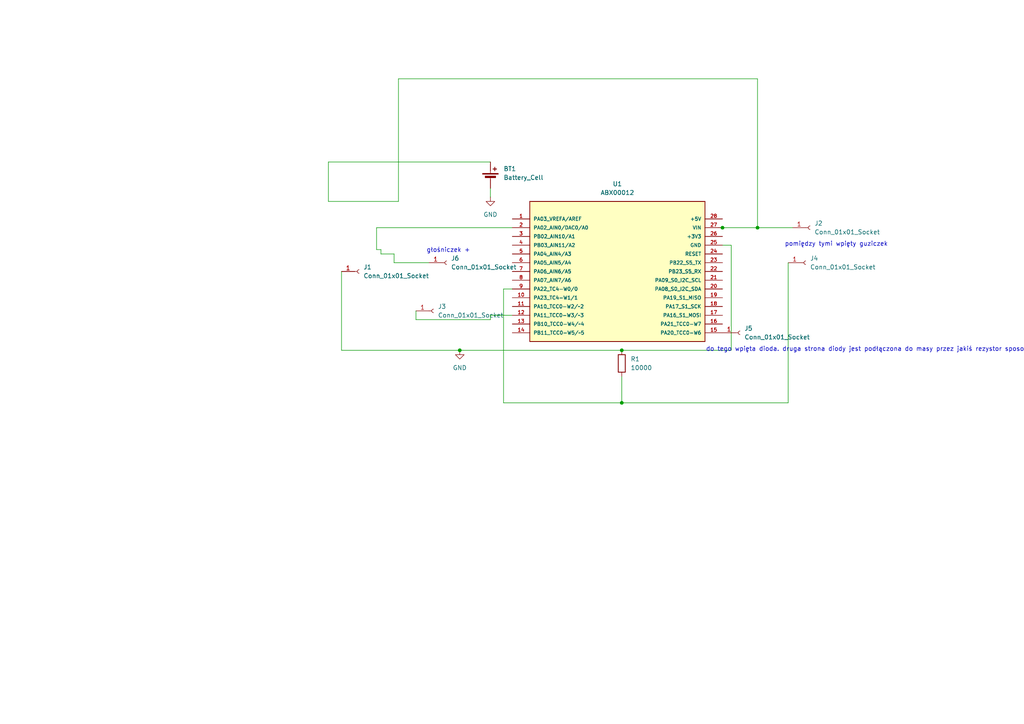
<source format=kicad_sch>
(kicad_sch
	(version 20250114)
	(generator "eeschema")
	(generator_version "9.0")
	(uuid "a429ac04-8ae1-4880-b27a-6b9f19603b4e")
	(paper "A4")
	(lib_symbols
		(symbol "Connector:Conn_01x01_Socket"
			(pin_names
				(offset 1.016)
				(hide yes)
			)
			(exclude_from_sim no)
			(in_bom yes)
			(on_board yes)
			(property "Reference" "J"
				(at 0 2.54 0)
				(effects
					(font
						(size 1.27 1.27)
					)
				)
			)
			(property "Value" "Conn_01x01_Socket"
				(at 0 -2.54 0)
				(effects
					(font
						(size 1.27 1.27)
					)
				)
			)
			(property "Footprint" ""
				(at 0 0 0)
				(effects
					(font
						(size 1.27 1.27)
					)
					(hide yes)
				)
			)
			(property "Datasheet" "~"
				(at 0 0 0)
				(effects
					(font
						(size 1.27 1.27)
					)
					(hide yes)
				)
			)
			(property "Description" "Generic connector, single row, 01x01, script generated"
				(at 0 0 0)
				(effects
					(font
						(size 1.27 1.27)
					)
					(hide yes)
				)
			)
			(property "ki_locked" ""
				(at 0 0 0)
				(effects
					(font
						(size 1.27 1.27)
					)
				)
			)
			(property "ki_keywords" "connector"
				(at 0 0 0)
				(effects
					(font
						(size 1.27 1.27)
					)
					(hide yes)
				)
			)
			(property "ki_fp_filters" "Connector*:*_1x??_*"
				(at 0 0 0)
				(effects
					(font
						(size 1.27 1.27)
					)
					(hide yes)
				)
			)
			(symbol "Conn_01x01_Socket_1_1"
				(polyline
					(pts
						(xy -1.27 0) (xy -0.508 0)
					)
					(stroke
						(width 0.1524)
						(type default)
					)
					(fill
						(type none)
					)
				)
				(arc
					(start 0 -0.508)
					(mid -0.5058 0)
					(end 0 0.508)
					(stroke
						(width 0.1524)
						(type default)
					)
					(fill
						(type none)
					)
				)
				(pin passive line
					(at -5.08 0 0)
					(length 3.81)
					(name "Pin_1"
						(effects
							(font
								(size 1.27 1.27)
							)
						)
					)
					(number "1"
						(effects
							(font
								(size 1.27 1.27)
							)
						)
					)
				)
			)
			(embedded_fonts no)
		)
		(symbol "Device:Battery_Cell"
			(pin_numbers
				(hide yes)
			)
			(pin_names
				(offset 0)
				(hide yes)
			)
			(exclude_from_sim no)
			(in_bom yes)
			(on_board yes)
			(property "Reference" "BT"
				(at 2.54 2.54 0)
				(effects
					(font
						(size 1.27 1.27)
					)
					(justify left)
				)
			)
			(property "Value" "Battery_Cell"
				(at 2.54 0 0)
				(effects
					(font
						(size 1.27 1.27)
					)
					(justify left)
				)
			)
			(property "Footprint" ""
				(at 0 1.524 90)
				(effects
					(font
						(size 1.27 1.27)
					)
					(hide yes)
				)
			)
			(property "Datasheet" "~"
				(at 0 1.524 90)
				(effects
					(font
						(size 1.27 1.27)
					)
					(hide yes)
				)
			)
			(property "Description" "Single-cell battery"
				(at 0 0 0)
				(effects
					(font
						(size 1.27 1.27)
					)
					(hide yes)
				)
			)
			(property "ki_keywords" "battery cell"
				(at 0 0 0)
				(effects
					(font
						(size 1.27 1.27)
					)
					(hide yes)
				)
			)
			(symbol "Battery_Cell_0_1"
				(rectangle
					(start -2.286 1.778)
					(end 2.286 1.524)
					(stroke
						(width 0)
						(type default)
					)
					(fill
						(type outline)
					)
				)
				(rectangle
					(start -1.524 1.016)
					(end 1.524 0.508)
					(stroke
						(width 0)
						(type default)
					)
					(fill
						(type outline)
					)
				)
				(polyline
					(pts
						(xy 0 1.778) (xy 0 2.54)
					)
					(stroke
						(width 0)
						(type default)
					)
					(fill
						(type none)
					)
				)
				(polyline
					(pts
						(xy 0 0.762) (xy 0 0)
					)
					(stroke
						(width 0)
						(type default)
					)
					(fill
						(type none)
					)
				)
				(polyline
					(pts
						(xy 0.762 3.048) (xy 1.778 3.048)
					)
					(stroke
						(width 0.254)
						(type default)
					)
					(fill
						(type none)
					)
				)
				(polyline
					(pts
						(xy 1.27 3.556) (xy 1.27 2.54)
					)
					(stroke
						(width 0.254)
						(type default)
					)
					(fill
						(type none)
					)
				)
			)
			(symbol "Battery_Cell_1_1"
				(pin passive line
					(at 0 5.08 270)
					(length 2.54)
					(name "+"
						(effects
							(font
								(size 1.27 1.27)
							)
						)
					)
					(number "1"
						(effects
							(font
								(size 1.27 1.27)
							)
						)
					)
				)
				(pin passive line
					(at 0 -2.54 90)
					(length 2.54)
					(name "-"
						(effects
							(font
								(size 1.27 1.27)
							)
						)
					)
					(number "2"
						(effects
							(font
								(size 1.27 1.27)
							)
						)
					)
				)
			)
			(embedded_fonts no)
		)
		(symbol "Device:R"
			(pin_numbers
				(hide yes)
			)
			(pin_names
				(offset 0)
			)
			(exclude_from_sim no)
			(in_bom yes)
			(on_board yes)
			(property "Reference" "R"
				(at 2.032 0 90)
				(effects
					(font
						(size 1.27 1.27)
					)
				)
			)
			(property "Value" "R"
				(at 0 0 90)
				(effects
					(font
						(size 1.27 1.27)
					)
				)
			)
			(property "Footprint" ""
				(at -1.778 0 90)
				(effects
					(font
						(size 1.27 1.27)
					)
					(hide yes)
				)
			)
			(property "Datasheet" "~"
				(at 0 0 0)
				(effects
					(font
						(size 1.27 1.27)
					)
					(hide yes)
				)
			)
			(property "Description" "Resistor"
				(at 0 0 0)
				(effects
					(font
						(size 1.27 1.27)
					)
					(hide yes)
				)
			)
			(property "ki_keywords" "R res resistor"
				(at 0 0 0)
				(effects
					(font
						(size 1.27 1.27)
					)
					(hide yes)
				)
			)
			(property "ki_fp_filters" "R_*"
				(at 0 0 0)
				(effects
					(font
						(size 1.27 1.27)
					)
					(hide yes)
				)
			)
			(symbol "R_0_1"
				(rectangle
					(start -1.016 -2.54)
					(end 1.016 2.54)
					(stroke
						(width 0.254)
						(type default)
					)
					(fill
						(type none)
					)
				)
			)
			(symbol "R_1_1"
				(pin passive line
					(at 0 3.81 270)
					(length 1.27)
					(name "~"
						(effects
							(font
								(size 1.27 1.27)
							)
						)
					)
					(number "1"
						(effects
							(font
								(size 1.27 1.27)
							)
						)
					)
				)
				(pin passive line
					(at 0 -3.81 90)
					(length 1.27)
					(name "~"
						(effects
							(font
								(size 1.27 1.27)
							)
						)
					)
					(number "2"
						(effects
							(font
								(size 1.27 1.27)
							)
						)
					)
				)
			)
			(embedded_fonts no)
		)
		(symbol "mkrzero:ABX00012"
			(pin_names
				(offset 1.016)
			)
			(exclude_from_sim no)
			(in_bom yes)
			(on_board yes)
			(property "Reference" "U"
				(at -25.4 21.082 0)
				(effects
					(font
						(size 1.27 1.27)
					)
					(justify left bottom)
				)
			)
			(property "Value" "ABX00012"
				(at -25.4 -22.86 0)
				(effects
					(font
						(size 1.27 1.27)
					)
					(justify left bottom)
				)
			)
			(property "Footprint" "ABX00012:ARDUINO_ABX00012"
				(at 0 0 0)
				(effects
					(font
						(size 1.27 1.27)
					)
					(justify bottom)
					(hide yes)
				)
			)
			(property "Datasheet" ""
				(at 0 0 0)
				(effects
					(font
						(size 1.27 1.27)
					)
					(hide yes)
				)
			)
			(property "Description" ""
				(at 0 0 0)
				(effects
					(font
						(size 1.27 1.27)
					)
					(hide yes)
				)
			)
			(property "DigiKey_Part_Number" "1050-1137-ND"
				(at 0 0 0)
				(effects
					(font
						(size 1.27 1.27)
					)
					(justify bottom)
					(hide yes)
				)
			)
			(property "SnapEDA_Link" "https://www.snapeda.com/parts/ABX00012/Arduino/view-part/?ref=snap"
				(at 0 0 0)
				(effects
					(font
						(size 1.27 1.27)
					)
					(justify bottom)
					(hide yes)
				)
			)
			(property "MAXIMUM_PACKAGE_HEIGHT" ""
				(at 0 0 0)
				(effects
					(font
						(size 1.27 1.27)
					)
					(justify bottom)
					(hide yes)
				)
			)
			(property "Package" "None"
				(at 0 0 0)
				(effects
					(font
						(size 1.27 1.27)
					)
					(justify bottom)
					(hide yes)
				)
			)
			(property "Check_prices" "https://www.snapeda.com/parts/ABX00012/Arduino/view-part/?ref=eda"
				(at 0 0 0)
				(effects
					(font
						(size 1.27 1.27)
					)
					(justify bottom)
					(hide yes)
				)
			)
			(property "STANDARD" "Manufacturer Recommendations"
				(at 0 0 0)
				(effects
					(font
						(size 1.27 1.27)
					)
					(justify bottom)
					(hide yes)
				)
			)
			(property "PARTREV" "5"
				(at 0 0 0)
				(effects
					(font
						(size 1.27 1.27)
					)
					(justify bottom)
					(hide yes)
				)
			)
			(property "MF" "Arduino"
				(at 0 0 0)
				(effects
					(font
						(size 1.27 1.27)
					)
					(justify bottom)
					(hide yes)
				)
			)
			(property "MP" "ABX00012"
				(at 0 0 0)
				(effects
					(font
						(size 1.27 1.27)
					)
					(justify bottom)
					(hide yes)
				)
			)
			(property "Description_1" "ARDUINO MKR ZERO, | Arduino ABX00012"
				(at 0 0 0)
				(effects
					(font
						(size 1.27 1.27)
					)
					(justify bottom)
					(hide yes)
				)
			)
			(property "MANUFACTURER" "Arduino"
				(at 0 0 0)
				(effects
					(font
						(size 1.27 1.27)
					)
					(justify bottom)
					(hide yes)
				)
			)
			(symbol "ABX00012_0_0"
				(rectangle
					(start -25.4 -20.32)
					(end 25.4 20.32)
					(stroke
						(width 0.254)
						(type default)
					)
					(fill
						(type background)
					)
				)
				(pin bidirectional line
					(at -30.48 15.24 0)
					(length 5.08)
					(name "PA03_VREFA/AREF"
						(effects
							(font
								(size 1.016 1.016)
							)
						)
					)
					(number "1"
						(effects
							(font
								(size 1.016 1.016)
							)
						)
					)
				)
				(pin bidirectional line
					(at -30.48 12.7 0)
					(length 5.08)
					(name "PA02_AIN0/DAC0/A0"
						(effects
							(font
								(size 1.016 1.016)
							)
						)
					)
					(number "2"
						(effects
							(font
								(size 1.016 1.016)
							)
						)
					)
				)
				(pin bidirectional line
					(at -30.48 10.16 0)
					(length 5.08)
					(name "PB02_AIN10/A1"
						(effects
							(font
								(size 1.016 1.016)
							)
						)
					)
					(number "3"
						(effects
							(font
								(size 1.016 1.016)
							)
						)
					)
				)
				(pin bidirectional line
					(at -30.48 7.62 0)
					(length 5.08)
					(name "PB03_AIN11/A2"
						(effects
							(font
								(size 1.016 1.016)
							)
						)
					)
					(number "4"
						(effects
							(font
								(size 1.016 1.016)
							)
						)
					)
				)
				(pin bidirectional line
					(at -30.48 5.08 0)
					(length 5.08)
					(name "PA04_AIN4/A3"
						(effects
							(font
								(size 1.016 1.016)
							)
						)
					)
					(number "5"
						(effects
							(font
								(size 1.016 1.016)
							)
						)
					)
				)
				(pin bidirectional line
					(at -30.48 2.54 0)
					(length 5.08)
					(name "PA05_AIN5/A4"
						(effects
							(font
								(size 1.016 1.016)
							)
						)
					)
					(number "6"
						(effects
							(font
								(size 1.016 1.016)
							)
						)
					)
				)
				(pin bidirectional line
					(at -30.48 0 0)
					(length 5.08)
					(name "PA06_AIN6/A5"
						(effects
							(font
								(size 1.016 1.016)
							)
						)
					)
					(number "7"
						(effects
							(font
								(size 1.016 1.016)
							)
						)
					)
				)
				(pin bidirectional line
					(at -30.48 -2.54 0)
					(length 5.08)
					(name "PA07_AIN7/A6"
						(effects
							(font
								(size 1.016 1.016)
							)
						)
					)
					(number "8"
						(effects
							(font
								(size 1.016 1.016)
							)
						)
					)
				)
				(pin bidirectional line
					(at -30.48 -5.08 0)
					(length 5.08)
					(name "PA22_TC4-W0/0"
						(effects
							(font
								(size 1.016 1.016)
							)
						)
					)
					(number "9"
						(effects
							(font
								(size 1.016 1.016)
							)
						)
					)
				)
				(pin bidirectional line
					(at -30.48 -7.62 0)
					(length 5.08)
					(name "PA23_TC4-W1/1"
						(effects
							(font
								(size 1.016 1.016)
							)
						)
					)
					(number "10"
						(effects
							(font
								(size 1.016 1.016)
							)
						)
					)
				)
				(pin bidirectional line
					(at -30.48 -10.16 0)
					(length 5.08)
					(name "PA10_TCC0-W2/~2"
						(effects
							(font
								(size 1.016 1.016)
							)
						)
					)
					(number "11"
						(effects
							(font
								(size 1.016 1.016)
							)
						)
					)
				)
				(pin bidirectional line
					(at -30.48 -12.7 0)
					(length 5.08)
					(name "PA11_TCC0-W3/~3"
						(effects
							(font
								(size 1.016 1.016)
							)
						)
					)
					(number "12"
						(effects
							(font
								(size 1.016 1.016)
							)
						)
					)
				)
				(pin bidirectional line
					(at -30.48 -15.24 0)
					(length 5.08)
					(name "PB10_TCC0-W4/~4"
						(effects
							(font
								(size 1.016 1.016)
							)
						)
					)
					(number "13"
						(effects
							(font
								(size 1.016 1.016)
							)
						)
					)
				)
				(pin bidirectional line
					(at -30.48 -17.78 0)
					(length 5.08)
					(name "PB11_TCC0-W5/~5"
						(effects
							(font
								(size 1.016 1.016)
							)
						)
					)
					(number "14"
						(effects
							(font
								(size 1.016 1.016)
							)
						)
					)
				)
				(pin power_in line
					(at 30.48 15.24 180)
					(length 5.08)
					(name "+5V"
						(effects
							(font
								(size 1.016 1.016)
							)
						)
					)
					(number "28"
						(effects
							(font
								(size 1.016 1.016)
							)
						)
					)
				)
				(pin power_in line
					(at 30.48 12.7 180)
					(length 5.08)
					(name "VIN"
						(effects
							(font
								(size 1.016 1.016)
							)
						)
					)
					(number "27"
						(effects
							(font
								(size 1.016 1.016)
							)
						)
					)
				)
				(pin power_in line
					(at 30.48 10.16 180)
					(length 5.08)
					(name "+3V3"
						(effects
							(font
								(size 1.016 1.016)
							)
						)
					)
					(number "26"
						(effects
							(font
								(size 1.016 1.016)
							)
						)
					)
				)
				(pin power_in line
					(at 30.48 7.62 180)
					(length 5.08)
					(name "GND"
						(effects
							(font
								(size 1.016 1.016)
							)
						)
					)
					(number "25"
						(effects
							(font
								(size 1.016 1.016)
							)
						)
					)
				)
				(pin input line
					(at 30.48 5.08 180)
					(length 5.08)
					(name "RESET"
						(effects
							(font
								(size 1.016 1.016)
							)
						)
					)
					(number "24"
						(effects
							(font
								(size 1.016 1.016)
							)
						)
					)
				)
				(pin bidirectional line
					(at 30.48 2.54 180)
					(length 5.08)
					(name "PB22_S5_TX"
						(effects
							(font
								(size 1.016 1.016)
							)
						)
					)
					(number "23"
						(effects
							(font
								(size 1.016 1.016)
							)
						)
					)
				)
				(pin bidirectional line
					(at 30.48 0 180)
					(length 5.08)
					(name "PB23_S5_RX"
						(effects
							(font
								(size 1.016 1.016)
							)
						)
					)
					(number "22"
						(effects
							(font
								(size 1.016 1.016)
							)
						)
					)
				)
				(pin bidirectional line
					(at 30.48 -2.54 180)
					(length 5.08)
					(name "PA09_S0_I2C_SCL"
						(effects
							(font
								(size 1.016 1.016)
							)
						)
					)
					(number "21"
						(effects
							(font
								(size 1.016 1.016)
							)
						)
					)
				)
				(pin bidirectional line
					(at 30.48 -5.08 180)
					(length 5.08)
					(name "PA08_S0_I2C_SDA"
						(effects
							(font
								(size 1.016 1.016)
							)
						)
					)
					(number "20"
						(effects
							(font
								(size 1.016 1.016)
							)
						)
					)
				)
				(pin bidirectional line
					(at 30.48 -7.62 180)
					(length 5.08)
					(name "PA19_S1_MISO"
						(effects
							(font
								(size 1.016 1.016)
							)
						)
					)
					(number "19"
						(effects
							(font
								(size 1.016 1.016)
							)
						)
					)
				)
				(pin bidirectional line
					(at 30.48 -10.16 180)
					(length 5.08)
					(name "PA17_S1_SCK"
						(effects
							(font
								(size 1.016 1.016)
							)
						)
					)
					(number "18"
						(effects
							(font
								(size 1.016 1.016)
							)
						)
					)
				)
				(pin bidirectional line
					(at 30.48 -12.7 180)
					(length 5.08)
					(name "PA16_S1_MOSI"
						(effects
							(font
								(size 1.016 1.016)
							)
						)
					)
					(number "17"
						(effects
							(font
								(size 1.016 1.016)
							)
						)
					)
				)
				(pin bidirectional line
					(at 30.48 -15.24 180)
					(length 5.08)
					(name "PA21_TCC0-W7"
						(effects
							(font
								(size 1.016 1.016)
							)
						)
					)
					(number "16"
						(effects
							(font
								(size 1.016 1.016)
							)
						)
					)
				)
				(pin bidirectional line
					(at 30.48 -17.78 180)
					(length 5.08)
					(name "PA20_TCC0-W6"
						(effects
							(font
								(size 1.016 1.016)
							)
						)
					)
					(number "15"
						(effects
							(font
								(size 1.016 1.016)
							)
						)
					)
				)
			)
			(embedded_fonts no)
		)
		(symbol "power:GND"
			(power)
			(pin_numbers
				(hide yes)
			)
			(pin_names
				(offset 0)
				(hide yes)
			)
			(exclude_from_sim no)
			(in_bom yes)
			(on_board yes)
			(property "Reference" "#PWR"
				(at 0 -6.35 0)
				(effects
					(font
						(size 1.27 1.27)
					)
					(hide yes)
				)
			)
			(property "Value" "GND"
				(at 0 -3.81 0)
				(effects
					(font
						(size 1.27 1.27)
					)
				)
			)
			(property "Footprint" ""
				(at 0 0 0)
				(effects
					(font
						(size 1.27 1.27)
					)
					(hide yes)
				)
			)
			(property "Datasheet" ""
				(at 0 0 0)
				(effects
					(font
						(size 1.27 1.27)
					)
					(hide yes)
				)
			)
			(property "Description" "Power symbol creates a global label with name \"GND\" , ground"
				(at 0 0 0)
				(effects
					(font
						(size 1.27 1.27)
					)
					(hide yes)
				)
			)
			(property "ki_keywords" "global power"
				(at 0 0 0)
				(effects
					(font
						(size 1.27 1.27)
					)
					(hide yes)
				)
			)
			(symbol "GND_0_1"
				(polyline
					(pts
						(xy 0 0) (xy 0 -1.27) (xy 1.27 -1.27) (xy 0 -2.54) (xy -1.27 -1.27) (xy 0 -1.27)
					)
					(stroke
						(width 0)
						(type default)
					)
					(fill
						(type none)
					)
				)
			)
			(symbol "GND_1_1"
				(pin power_in line
					(at 0 0 270)
					(length 0)
					(name "~"
						(effects
							(font
								(size 1.27 1.27)
							)
						)
					)
					(number "1"
						(effects
							(font
								(size 1.27 1.27)
							)
						)
					)
				)
			)
			(embedded_fonts no)
		)
	)
	(text "do tego wpięta dioda. druga strona diody jest podłączona do masy przez jakiś rezystor sposobem druciarskim bo nie pomieszczę tych szpadkowych konektorów"
		(exclude_from_sim no)
		(at 283.21 101.346 0)
		(effects
			(font
				(size 1.27 1.27)
			)
		)
		(uuid "92e0a683-5d8a-449f-8476-90bfa9ec2855")
	)
	(text "głośniczek +"
		(exclude_from_sim no)
		(at 130.048 72.644 0)
		(effects
			(font
				(size 1.27 1.27)
			)
		)
		(uuid "da9bb223-77e6-4f96-9c96-2e27c2e31b6f")
	)
	(text "pomiędzy tymi wpięty guziczek"
		(exclude_from_sim no)
		(at 242.57 70.866 0)
		(effects
			(font
				(size 1.27 1.27)
			)
		)
		(uuid "f1c59a49-7c50-4a56-b8cd-11cb0a6452e3")
	)
	(junction
		(at 180.34 116.84)
		(diameter 0)
		(color 0 0 0 0)
		(uuid "01e963f4-6e4b-4fb1-8f8f-951b4b89561a")
	)
	(junction
		(at 219.71 66.04)
		(diameter 0)
		(color 0 0 0 0)
		(uuid "319c87ee-9254-4513-921b-a540427ba085")
	)
	(junction
		(at 180.34 101.6)
		(diameter 0)
		(color 0 0 0 0)
		(uuid "70776b64-683d-4c03-a585-866e11b7f739")
	)
	(junction
		(at 133.35 101.6)
		(diameter 0)
		(color 0 0 0 0)
		(uuid "82082165-c12a-4b6f-ba4d-91a359d5816c")
	)
	(junction
		(at 209.55 66.04)
		(diameter 0)
		(color 0 0 0 0)
		(uuid "f6978ee5-6f93-4086-9e0e-dbc6a38ab6ef")
	)
	(wire
		(pts
			(xy 209.55 71.12) (xy 212.09 71.12)
		)
		(stroke
			(width 0)
			(type default)
		)
		(uuid "022e4342-4d99-47f6-a5de-3a33d277d901")
	)
	(wire
		(pts
			(xy 115.57 22.86) (xy 219.71 22.86)
		)
		(stroke
			(width 0)
			(type default)
		)
		(uuid "15cb4335-1f7c-4e80-a209-1c5aa3cd46b8")
	)
	(wire
		(pts
			(xy 115.57 58.42) (xy 115.57 22.86)
		)
		(stroke
			(width 0)
			(type default)
		)
		(uuid "1bc5d258-284c-4472-acdc-872df52f6327")
	)
	(wire
		(pts
			(xy 109.22 66.04) (xy 109.22 72.39)
		)
		(stroke
			(width 0)
			(type default)
		)
		(uuid "2a74434e-09c0-4e4e-8d7f-89fd3d70c7fb")
	)
	(wire
		(pts
			(xy 148.59 66.04) (xy 109.22 66.04)
		)
		(stroke
			(width 0)
			(type default)
		)
		(uuid "384fa619-f225-4185-890b-c6bb461e1eb3")
	)
	(wire
		(pts
			(xy 142.24 54.61) (xy 142.24 57.15)
		)
		(stroke
			(width 0)
			(type default)
		)
		(uuid "39d5ad18-ff11-4491-8264-0c12aafa3ed2")
	)
	(wire
		(pts
			(xy 146.05 116.84) (xy 146.05 83.82)
		)
		(stroke
			(width 0)
			(type default)
		)
		(uuid "3ff5cb7e-725e-4ece-bc22-d02a51ca693f")
	)
	(wire
		(pts
			(xy 109.22 72.39) (xy 110.49 72.39)
		)
		(stroke
			(width 0)
			(type default)
		)
		(uuid "4808d2c0-290c-43db-b3a2-93cc6403b578")
	)
	(wire
		(pts
			(xy 180.34 109.22) (xy 180.34 116.84)
		)
		(stroke
			(width 0)
			(type default)
		)
		(uuid "5d5a119f-c0b3-4af3-b644-e44cf34f39cb")
	)
	(wire
		(pts
			(xy 180.34 101.6) (xy 212.09 101.6)
		)
		(stroke
			(width 0)
			(type default)
		)
		(uuid "6108e865-3cd8-43e8-9e5b-df31eabf7070")
	)
	(wire
		(pts
			(xy 142.24 92.71) (xy 142.24 91.44)
		)
		(stroke
			(width 0)
			(type default)
		)
		(uuid "680f804b-c0c6-4402-96e4-d30ba4517e4f")
	)
	(wire
		(pts
			(xy 142.24 46.99) (xy 95.25 46.99)
		)
		(stroke
			(width 0)
			(type default)
		)
		(uuid "76d46c7f-0aef-477e-a56e-1edf97d56537")
	)
	(wire
		(pts
			(xy 209.55 66.04) (xy 219.71 66.04)
		)
		(stroke
			(width 0)
			(type default)
		)
		(uuid "79fbdb6f-95e0-42d4-bea2-3f3e4f78911a")
	)
	(wire
		(pts
			(xy 110.49 73.66) (xy 114.3 73.66)
		)
		(stroke
			(width 0)
			(type default)
		)
		(uuid "800f7f24-5464-4f65-874a-af8293317ec8")
	)
	(wire
		(pts
			(xy 114.3 76.2) (xy 114.3 73.66)
		)
		(stroke
			(width 0)
			(type default)
		)
		(uuid "856c2012-1c8c-43f4-a305-3802080ae0e2")
	)
	(wire
		(pts
			(xy 99.06 101.6) (xy 133.35 101.6)
		)
		(stroke
			(width 0)
			(type default)
		)
		(uuid "881cd835-8e2a-4847-8c84-b6ac293f182f")
	)
	(wire
		(pts
			(xy 208.28 66.04) (xy 209.55 66.04)
		)
		(stroke
			(width 0)
			(type default)
		)
		(uuid "96606bfd-23bd-4709-9463-d3d1b0678afb")
	)
	(wire
		(pts
			(xy 180.34 116.84) (xy 146.05 116.84)
		)
		(stroke
			(width 0)
			(type default)
		)
		(uuid "98cb2df4-7efb-4a0d-886b-b953c528aa20")
	)
	(wire
		(pts
			(xy 120.65 90.17) (xy 120.65 92.71)
		)
		(stroke
			(width 0)
			(type default)
		)
		(uuid "9a3a46ed-54ce-4478-b069-8c3fbee5c6fe")
	)
	(wire
		(pts
			(xy 228.6 116.84) (xy 180.34 116.84)
		)
		(stroke
			(width 0)
			(type default)
		)
		(uuid "9d524db6-c5b7-4b74-bd65-fc67161e69b6")
	)
	(wire
		(pts
			(xy 95.25 46.99) (xy 95.25 58.42)
		)
		(stroke
			(width 0)
			(type default)
		)
		(uuid "a26a6b1f-5f80-417b-858a-8bc0bc6277d5")
	)
	(wire
		(pts
			(xy 219.71 66.04) (xy 229.87 66.04)
		)
		(stroke
			(width 0)
			(type default)
		)
		(uuid "a2798b4b-14a8-4c76-b154-9aeb52acd0dc")
	)
	(wire
		(pts
			(xy 219.71 22.86) (xy 219.71 66.04)
		)
		(stroke
			(width 0)
			(type default)
		)
		(uuid "a5c26424-00a5-479f-b2a1-73934b42807c")
	)
	(wire
		(pts
			(xy 142.24 91.44) (xy 148.59 91.44)
		)
		(stroke
			(width 0)
			(type default)
		)
		(uuid "b54b5bc0-6ba9-43ae-9e5b-ce5ce9f549d9")
	)
	(wire
		(pts
			(xy 110.49 72.39) (xy 110.49 73.66)
		)
		(stroke
			(width 0)
			(type default)
		)
		(uuid "b7f261d0-917f-46a3-b0c6-dfcea5be3eb9")
	)
	(wire
		(pts
			(xy 228.6 76.2) (xy 228.6 116.84)
		)
		(stroke
			(width 0)
			(type default)
		)
		(uuid "b8cea98a-c6ec-4515-880d-7e6945a39f64")
	)
	(wire
		(pts
			(xy 120.65 92.71) (xy 142.24 92.71)
		)
		(stroke
			(width 0)
			(type default)
		)
		(uuid "ba377f40-bc75-421c-96c1-60ee0dff5ba0")
	)
	(wire
		(pts
			(xy 124.46 76.2) (xy 114.3 76.2)
		)
		(stroke
			(width 0)
			(type default)
		)
		(uuid "d876acff-7eac-4fea-98c5-63432b59ded8")
	)
	(wire
		(pts
			(xy 212.09 101.6) (xy 212.09 71.12)
		)
		(stroke
			(width 0)
			(type default)
		)
		(uuid "da4c4a9a-39fa-4305-98e2-c81c903c9f5f")
	)
	(wire
		(pts
			(xy 99.06 78.74) (xy 99.06 101.6)
		)
		(stroke
			(width 0)
			(type default)
		)
		(uuid "de432b38-4f00-48ee-9fe3-f3087c6c6f9f")
	)
	(wire
		(pts
			(xy 95.25 58.42) (xy 115.57 58.42)
		)
		(stroke
			(width 0)
			(type default)
		)
		(uuid "dfc2ea9e-8312-4604-a8eb-03cf5f337f45")
	)
	(wire
		(pts
			(xy 133.35 101.6) (xy 180.34 101.6)
		)
		(stroke
			(width 0)
			(type default)
		)
		(uuid "eb75f60f-30f1-4470-8b7b-f19ee1226dc1")
	)
	(wire
		(pts
			(xy 146.05 83.82) (xy 148.59 83.82)
		)
		(stroke
			(width 0)
			(type default)
		)
		(uuid "f1406b3f-8aa0-49d2-b5d0-59c61ca70d86")
	)
	(symbol
		(lib_id "Device:Battery_Cell")
		(at 142.24 52.07 0)
		(unit 1)
		(exclude_from_sim no)
		(in_bom yes)
		(on_board yes)
		(dnp no)
		(fields_autoplaced yes)
		(uuid "058ac3ac-c310-4663-9f6c-c2884c97612a")
		(property "Reference" "BT1"
			(at 146.05 48.9584 0)
			(effects
				(font
					(size 1.27 1.27)
				)
				(justify left)
			)
		)
		(property "Value" "Battery_Cell"
			(at 146.05 51.4984 0)
			(effects
				(font
					(size 1.27 1.27)
				)
				(justify left)
			)
		)
		(property "Footprint" "Battery:BatteryHolder_Keystone_2462_2xAA"
			(at 142.24 50.546 90)
			(effects
				(font
					(size 1.27 1.27)
				)
				(hide yes)
			)
		)
		(property "Datasheet" "~"
			(at 142.24 50.546 90)
			(effects
				(font
					(size 1.27 1.27)
				)
				(hide yes)
			)
		)
		(property "Description" "Single-cell battery"
			(at 142.24 52.07 0)
			(effects
				(font
					(size 1.27 1.27)
				)
				(hide yes)
			)
		)
		(pin "2"
			(uuid "e99d2053-35af-4406-9061-fdaa5750957b")
		)
		(pin "1"
			(uuid "2013400b-cc8f-44f6-beef-b2f817223c20")
		)
		(instances
			(project ""
				(path "/a429ac04-8ae1-4880-b27a-6b9f19603b4e"
					(reference "BT1")
					(unit 1)
				)
			)
		)
	)
	(symbol
		(lib_id "Connector:Conn_01x01_Socket")
		(at 125.73 90.17 0)
		(unit 1)
		(exclude_from_sim no)
		(in_bom yes)
		(on_board yes)
		(dnp no)
		(fields_autoplaced yes)
		(uuid "409817c5-4ce2-4a8c-a6a1-b90902376a46")
		(property "Reference" "J3"
			(at 127 88.8999 0)
			(effects
				(font
					(size 1.27 1.27)
				)
				(justify left)
			)
		)
		(property "Value" "Conn_01x01_Socket"
			(at 127 91.4399 0)
			(effects
				(font
					(size 1.27 1.27)
				)
				(justify left)
			)
		)
		(property "Footprint" "1289-ST:KEYSTONE_1289-ST"
			(at 125.73 90.17 0)
			(effects
				(font
					(size 1.27 1.27)
				)
				(hide yes)
			)
		)
		(property "Datasheet" "~"
			(at 125.73 90.17 0)
			(effects
				(font
					(size 1.27 1.27)
				)
				(hide yes)
			)
		)
		(property "Description" "Generic connector, single row, 01x01, script generated"
			(at 125.73 90.17 0)
			(effects
				(font
					(size 1.27 1.27)
				)
				(hide yes)
			)
		)
		(pin "1"
			(uuid "fbb26592-b997-4d84-8b5d-a936ae19172e")
		)
		(instances
			(project "b"
				(path "/a429ac04-8ae1-4880-b27a-6b9f19603b4e"
					(reference "J3")
					(unit 1)
				)
			)
		)
	)
	(symbol
		(lib_id "power:GND")
		(at 142.24 57.15 0)
		(unit 1)
		(exclude_from_sim no)
		(in_bom yes)
		(on_board yes)
		(dnp no)
		(fields_autoplaced yes)
		(uuid "4cc550ca-5989-401a-9580-323dfdffbd1d")
		(property "Reference" "#PWR01"
			(at 142.24 63.5 0)
			(effects
				(font
					(size 1.27 1.27)
				)
				(hide yes)
			)
		)
		(property "Value" "GND"
			(at 142.24 62.23 0)
			(effects
				(font
					(size 1.27 1.27)
				)
			)
		)
		(property "Footprint" ""
			(at 142.24 57.15 0)
			(effects
				(font
					(size 1.27 1.27)
				)
				(hide yes)
			)
		)
		(property "Datasheet" ""
			(at 142.24 57.15 0)
			(effects
				(font
					(size 1.27 1.27)
				)
				(hide yes)
			)
		)
		(property "Description" "Power symbol creates a global label with name \"GND\" , ground"
			(at 142.24 57.15 0)
			(effects
				(font
					(size 1.27 1.27)
				)
				(hide yes)
			)
		)
		(pin "1"
			(uuid "e66ae8c6-3e0d-4c8f-a932-6594fd8579e9")
		)
		(instances
			(project ""
				(path "/a429ac04-8ae1-4880-b27a-6b9f19603b4e"
					(reference "#PWR01")
					(unit 1)
				)
			)
		)
	)
	(symbol
		(lib_id "power:GND")
		(at 133.35 101.6 0)
		(unit 1)
		(exclude_from_sim no)
		(in_bom yes)
		(on_board yes)
		(dnp no)
		(fields_autoplaced yes)
		(uuid "5655d0a1-3617-4f33-9731-7ee3b3718f74")
		(property "Reference" "#PWR02"
			(at 133.35 107.95 0)
			(effects
				(font
					(size 1.27 1.27)
				)
				(hide yes)
			)
		)
		(property "Value" "GND"
			(at 133.35 106.68 0)
			(effects
				(font
					(size 1.27 1.27)
				)
			)
		)
		(property "Footprint" ""
			(at 133.35 101.6 0)
			(effects
				(font
					(size 1.27 1.27)
				)
				(hide yes)
			)
		)
		(property "Datasheet" ""
			(at 133.35 101.6 0)
			(effects
				(font
					(size 1.27 1.27)
				)
				(hide yes)
			)
		)
		(property "Description" "Power symbol creates a global label with name \"GND\" , ground"
			(at 133.35 101.6 0)
			(effects
				(font
					(size 1.27 1.27)
				)
				(hide yes)
			)
		)
		(pin "1"
			(uuid "ab0f978a-5e3a-4c34-af0f-6d6a981bef57")
		)
		(instances
			(project "Untitled"
				(path "/a429ac04-8ae1-4880-b27a-6b9f19603b4e"
					(reference "#PWR02")
					(unit 1)
				)
			)
		)
	)
	(symbol
		(lib_id "mkrzero:ABX00012")
		(at 179.07 78.74 0)
		(unit 1)
		(exclude_from_sim no)
		(in_bom yes)
		(on_board yes)
		(dnp no)
		(fields_autoplaced yes)
		(uuid "5cbbd921-1c33-4c5a-975a-ac3c6179887d")
		(property "Reference" "U1"
			(at 179.07 53.34 0)
			(effects
				(font
					(size 1.27 1.27)
				)
			)
		)
		(property "Value" "ABX00012"
			(at 179.07 55.88 0)
			(effects
				(font
					(size 1.27 1.27)
				)
			)
		)
		(property "Footprint" "mkrzero:ARDUINO_ABX00012"
			(at 179.07 78.74 0)
			(effects
				(font
					(size 1.27 1.27)
				)
				(justify bottom)
				(hide yes)
			)
		)
		(property "Datasheet" ""
			(at 179.07 78.74 0)
			(effects
				(font
					(size 1.27 1.27)
				)
				(hide yes)
			)
		)
		(property "Description" ""
			(at 179.07 78.74 0)
			(effects
				(font
					(size 1.27 1.27)
				)
				(hide yes)
			)
		)
		(property "DigiKey_Part_Number" "1050-1137-ND"
			(at 179.07 78.74 0)
			(effects
				(font
					(size 1.27 1.27)
				)
				(justify bottom)
				(hide yes)
			)
		)
		(property "SnapEDA_Link" "https://www.snapeda.com/parts/ABX00012/Arduino/view-part/?ref=snap"
			(at 179.07 78.74 0)
			(effects
				(font
					(size 1.27 1.27)
				)
				(justify bottom)
				(hide yes)
			)
		)
		(property "MAXIMUM_PACKAGE_HEIGHT" ""
			(at 179.07 78.74 0)
			(effects
				(font
					(size 1.27 1.27)
				)
				(justify bottom)
				(hide yes)
			)
		)
		(property "Package" "None"
			(at 179.07 78.74 0)
			(effects
				(font
					(size 1.27 1.27)
				)
				(justify bottom)
				(hide yes)
			)
		)
		(property "Check_prices" "https://www.snapeda.com/parts/ABX00012/Arduino/view-part/?ref=eda"
			(at 179.07 78.74 0)
			(effects
				(font
					(size 1.27 1.27)
				)
				(justify bottom)
				(hide yes)
			)
		)
		(property "STANDARD" "Manufacturer Recommendations"
			(at 179.07 78.74 0)
			(effects
				(font
					(size 1.27 1.27)
				)
				(justify bottom)
				(hide yes)
			)
		)
		(property "PARTREV" "5"
			(at 179.07 78.74 0)
			(effects
				(font
					(size 1.27 1.27)
				)
				(justify bottom)
				(hide yes)
			)
		)
		(property "MF" "Arduino"
			(at 179.07 78.74 0)
			(effects
				(font
					(size 1.27 1.27)
				)
				(justify bottom)
				(hide yes)
			)
		)
		(property "MP" "ABX00012"
			(at 179.07 78.74 0)
			(effects
				(font
					(size 1.27 1.27)
				)
				(justify bottom)
				(hide yes)
			)
		)
		(property "Description_1" "ARDUINO MKR ZERO, | Arduino ABX00012"
			(at 179.07 78.74 0)
			(effects
				(font
					(size 1.27 1.27)
				)
				(justify bottom)
				(hide yes)
			)
		)
		(property "MANUFACTURER" "Arduino"
			(at 179.07 78.74 0)
			(effects
				(font
					(size 1.27 1.27)
				)
				(justify bottom)
				(hide yes)
			)
		)
		(pin "1"
			(uuid "e0b8a06a-a662-42cd-99be-78b529afc243")
		)
		(pin "2"
			(uuid "6d16b9dd-f419-4f1d-bc6a-d140a356119e")
		)
		(pin "3"
			(uuid "5d29756d-5c29-4e34-8a3d-f24fe854d47d")
		)
		(pin "4"
			(uuid "7afe8aa6-699c-4ed7-83b1-17bcdcc938ad")
		)
		(pin "5"
			(uuid "2b4bd958-1399-49bb-8def-c2a2da8795f5")
		)
		(pin "6"
			(uuid "05b9a72a-a8d7-4585-b0f5-85864f5ee050")
		)
		(pin "7"
			(uuid "7a9ab82f-0363-4ba3-b2f0-6b66f04ac30a")
		)
		(pin "8"
			(uuid "ac7390c6-9fd6-4ebf-a451-916ce75e1dc6")
		)
		(pin "9"
			(uuid "a90f9af5-6a5e-4aed-be11-cc25533afeb5")
		)
		(pin "10"
			(uuid "82d373a7-f9bb-44cc-8ed2-4ab890b1d4a7")
		)
		(pin "11"
			(uuid "6aa91fa2-7164-4aca-8864-d6848b41f426")
		)
		(pin "12"
			(uuid "26e2d1c6-4f2f-4aa0-822b-ea70da62040c")
		)
		(pin "13"
			(uuid "4b336e58-0049-4ac0-98f3-ecb06c1363a0")
		)
		(pin "14"
			(uuid "aacce2b0-eaf2-4c3b-bf4d-672f17c83a1d")
		)
		(pin "28"
			(uuid "9d786c00-ccae-490e-bcc3-da9cc749bd44")
		)
		(pin "27"
			(uuid "3c0b984d-1328-46d0-8676-993b0e0ff294")
		)
		(pin "26"
			(uuid "76295cdc-c26d-44a6-b05d-3f7b4d9a7cc2")
		)
		(pin "25"
			(uuid "38ecd2f0-2406-469e-bb93-8caff8722cc9")
		)
		(pin "24"
			(uuid "10697947-b7f0-40e0-922d-4162ecc00c13")
		)
		(pin "23"
			(uuid "7ff9a03a-2755-400b-abc6-f18afdfea43f")
		)
		(pin "22"
			(uuid "9684eb48-0233-484a-b1d1-67944289677f")
		)
		(pin "21"
			(uuid "0807fddd-9708-4ade-a13e-834b4eb839aa")
		)
		(pin "20"
			(uuid "febee6d1-35f0-41d7-a36e-d3ce40f2b207")
		)
		(pin "19"
			(uuid "a4ff8f19-e203-47c1-8882-f6a7d22aa3dd")
		)
		(pin "18"
			(uuid "650a9a6d-338e-435e-87b4-4097c2892d92")
		)
		(pin "17"
			(uuid "d5e186ed-6e53-415a-9ecc-82dce4279d1d")
		)
		(pin "16"
			(uuid "e2f94e37-c91e-4311-88ac-ea853c1d7382")
		)
		(pin "15"
			(uuid "e0857a51-ed13-47ca-895b-b97a41ce8fcb")
		)
		(instances
			(project ""
				(path "/a429ac04-8ae1-4880-b27a-6b9f19603b4e"
					(reference "U1")
					(unit 1)
				)
			)
		)
	)
	(symbol
		(lib_id "Connector:Conn_01x01_Socket")
		(at 234.95 66.04 0)
		(unit 1)
		(exclude_from_sim no)
		(in_bom yes)
		(on_board yes)
		(dnp no)
		(fields_autoplaced yes)
		(uuid "7b0eea1c-cc8d-4528-973d-f026c3c27af3")
		(property "Reference" "J2"
			(at 236.22 64.7699 0)
			(effects
				(font
					(size 1.27 1.27)
				)
				(justify left)
			)
		)
		(property "Value" "Conn_01x01_Socket"
			(at 236.22 67.3099 0)
			(effects
				(font
					(size 1.27 1.27)
				)
				(justify left)
			)
		)
		(property "Footprint" "1289-ST:KEYSTONE_1289-ST"
			(at 234.95 66.04 0)
			(effects
				(font
					(size 1.27 1.27)
				)
				(hide yes)
			)
		)
		(property "Datasheet" "~"
			(at 234.95 66.04 0)
			(effects
				(font
					(size 1.27 1.27)
				)
				(hide yes)
			)
		)
		(property "Description" "Generic connector, single row, 01x01, script generated"
			(at 234.95 66.04 0)
			(effects
				(font
					(size 1.27 1.27)
				)
				(hide yes)
			)
		)
		(pin "1"
			(uuid "ad5b736f-ad0c-417c-877b-352d5e69b0ad")
		)
		(instances
			(project "b"
				(path "/a429ac04-8ae1-4880-b27a-6b9f19603b4e"
					(reference "J2")
					(unit 1)
				)
			)
		)
	)
	(symbol
		(lib_id "Connector:Conn_01x01_Socket")
		(at 233.68 76.2 0)
		(unit 1)
		(exclude_from_sim no)
		(in_bom yes)
		(on_board yes)
		(dnp no)
		(fields_autoplaced yes)
		(uuid "93151370-b5ef-47e8-9890-227c7513bd67")
		(property "Reference" "J4"
			(at 234.95 74.9299 0)
			(effects
				(font
					(size 1.27 1.27)
				)
				(justify left)
			)
		)
		(property "Value" "Conn_01x01_Socket"
			(at 234.95 77.4699 0)
			(effects
				(font
					(size 1.27 1.27)
				)
				(justify left)
			)
		)
		(property "Footprint" "1289-ST:KEYSTONE_1289-ST"
			(at 233.68 76.2 0)
			(effects
				(font
					(size 1.27 1.27)
				)
				(hide yes)
			)
		)
		(property "Datasheet" "~"
			(at 233.68 76.2 0)
			(effects
				(font
					(size 1.27 1.27)
				)
				(hide yes)
			)
		)
		(property "Description" "Generic connector, single row, 01x01, script generated"
			(at 233.68 76.2 0)
			(effects
				(font
					(size 1.27 1.27)
				)
				(hide yes)
			)
		)
		(pin "1"
			(uuid "aa663179-75cf-48e7-b855-2a289cfe1481")
		)
		(instances
			(project "b"
				(path "/a429ac04-8ae1-4880-b27a-6b9f19603b4e"
					(reference "J4")
					(unit 1)
				)
			)
		)
	)
	(symbol
		(lib_id "Connector:Conn_01x01_Socket")
		(at 214.63 96.52 0)
		(unit 1)
		(exclude_from_sim no)
		(in_bom yes)
		(on_board yes)
		(dnp no)
		(fields_autoplaced yes)
		(uuid "9ee7512d-6012-4da8-beb5-2b62f7144d76")
		(property "Reference" "J5"
			(at 215.9 95.2499 0)
			(effects
				(font
					(size 1.27 1.27)
				)
				(justify left)
			)
		)
		(property "Value" "Conn_01x01_Socket"
			(at 215.9 97.7899 0)
			(effects
				(font
					(size 1.27 1.27)
				)
				(justify left)
			)
		)
		(property "Footprint" "1289-ST:KEYSTONE_1289-ST"
			(at 214.63 96.52 0)
			(effects
				(font
					(size 1.27 1.27)
				)
				(hide yes)
			)
		)
		(property "Datasheet" "~"
			(at 214.63 96.52 0)
			(effects
				(font
					(size 1.27 1.27)
				)
				(hide yes)
			)
		)
		(property "Description" "Generic connector, single row, 01x01, script generated"
			(at 214.63 96.52 0)
			(effects
				(font
					(size 1.27 1.27)
				)
				(hide yes)
			)
		)
		(pin "1"
			(uuid "c9556709-d143-4f88-a7b7-936423e312b3")
		)
		(instances
			(project "b"
				(path "/a429ac04-8ae1-4880-b27a-6b9f19603b4e"
					(reference "J5")
					(unit 1)
				)
			)
		)
	)
	(symbol
		(lib_id "Connector:Conn_01x01_Socket")
		(at 104.14 78.74 0)
		(unit 1)
		(exclude_from_sim no)
		(in_bom yes)
		(on_board yes)
		(dnp no)
		(fields_autoplaced yes)
		(uuid "bb8e09c4-8152-4c3f-bbd8-7d876ce1a608")
		(property "Reference" "J1"
			(at 105.41 77.4699 0)
			(effects
				(font
					(size 1.27 1.27)
				)
				(justify left)
			)
		)
		(property "Value" "Conn_01x01_Socket"
			(at 105.41 80.0099 0)
			(effects
				(font
					(size 1.27 1.27)
				)
				(justify left)
			)
		)
		(property "Footprint" "1289-ST:KEYSTONE_1289-ST"
			(at 104.14 78.74 0)
			(effects
				(font
					(size 1.27 1.27)
				)
				(hide yes)
			)
		)
		(property "Datasheet" "~"
			(at 104.14 78.74 0)
			(effects
				(font
					(size 1.27 1.27)
				)
				(hide yes)
			)
		)
		(property "Description" "Generic connector, single row, 01x01, script generated"
			(at 104.14 78.74 0)
			(effects
				(font
					(size 1.27 1.27)
				)
				(hide yes)
			)
		)
		(pin "1"
			(uuid "207697fd-5f4b-4e3d-a9d1-4eee87301333")
		)
		(instances
			(project "b"
				(path "/a429ac04-8ae1-4880-b27a-6b9f19603b4e"
					(reference "J1")
					(unit 1)
				)
			)
		)
	)
	(symbol
		(lib_id "Connector:Conn_01x01_Socket")
		(at 129.54 76.2 0)
		(unit 1)
		(exclude_from_sim no)
		(in_bom yes)
		(on_board yes)
		(dnp no)
		(fields_autoplaced yes)
		(uuid "e159e7b5-e4b0-4cbe-96d4-9a16a2d0050b")
		(property "Reference" "J6"
			(at 130.81 74.9299 0)
			(effects
				(font
					(size 1.27 1.27)
				)
				(justify left)
			)
		)
		(property "Value" "Conn_01x01_Socket"
			(at 130.81 77.4699 0)
			(effects
				(font
					(size 1.27 1.27)
				)
				(justify left)
			)
		)
		(property "Footprint" "1289-ST:KEYSTONE_1289-ST"
			(at 129.54 76.2 0)
			(effects
				(font
					(size 1.27 1.27)
				)
				(hide yes)
			)
		)
		(property "Datasheet" "~"
			(at 129.54 76.2 0)
			(effects
				(font
					(size 1.27 1.27)
				)
				(hide yes)
			)
		)
		(property "Description" "Generic connector, single row, 01x01, script generated"
			(at 129.54 76.2 0)
			(effects
				(font
					(size 1.27 1.27)
				)
				(hide yes)
			)
		)
		(pin "1"
			(uuid "9f9b49a3-2392-453a-a0b4-d3382da96dd8")
		)
		(instances
			(project "b"
				(path "/a429ac04-8ae1-4880-b27a-6b9f19603b4e"
					(reference "J6")
					(unit 1)
				)
			)
		)
	)
	(symbol
		(lib_id "Device:R")
		(at 180.34 105.41 0)
		(unit 1)
		(exclude_from_sim no)
		(in_bom yes)
		(on_board yes)
		(dnp no)
		(fields_autoplaced yes)
		(uuid "fae1fcdc-420e-4f0e-bdf8-5b8cff035ce8")
		(property "Reference" "R1"
			(at 182.88 104.1399 0)
			(effects
				(font
					(size 1.27 1.27)
				)
				(justify left)
			)
		)
		(property "Value" "10000"
			(at 182.88 106.6799 0)
			(effects
				(font
					(size 1.27 1.27)
				)
				(justify left)
			)
		)
		(property "Footprint" "Resistor_SMD:R_0201_0603Metric"
			(at 178.562 105.41 90)
			(effects
				(font
					(size 1.27 1.27)
				)
				(hide yes)
			)
		)
		(property "Datasheet" "~"
			(at 180.34 105.41 0)
			(effects
				(font
					(size 1.27 1.27)
				)
				(hide yes)
			)
		)
		(property "Description" "Resistor"
			(at 180.34 105.41 0)
			(effects
				(font
					(size 1.27 1.27)
				)
				(hide yes)
			)
		)
		(pin "1"
			(uuid "db3f461e-72aa-444a-bbcf-04bd3cb4f6c5")
		)
		(pin "2"
			(uuid "c7aa54cf-873a-47bc-8eca-0460d00bfdc2")
		)
		(instances
			(project ""
				(path "/a429ac04-8ae1-4880-b27a-6b9f19603b4e"
					(reference "R1")
					(unit 1)
				)
			)
		)
	)
	(sheet_instances
		(path "/"
			(page "1")
		)
	)
	(embedded_fonts no)
)

</source>
